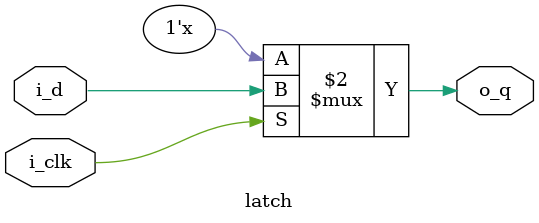
<source format=v>
module latch
(
	output reg		o_q,
	input			i_d,
	input			i_clk
);

	always @(*) begin
		if(i_clk) begin
			o_q <= i_d;
		end
	end

endmodule 

</source>
